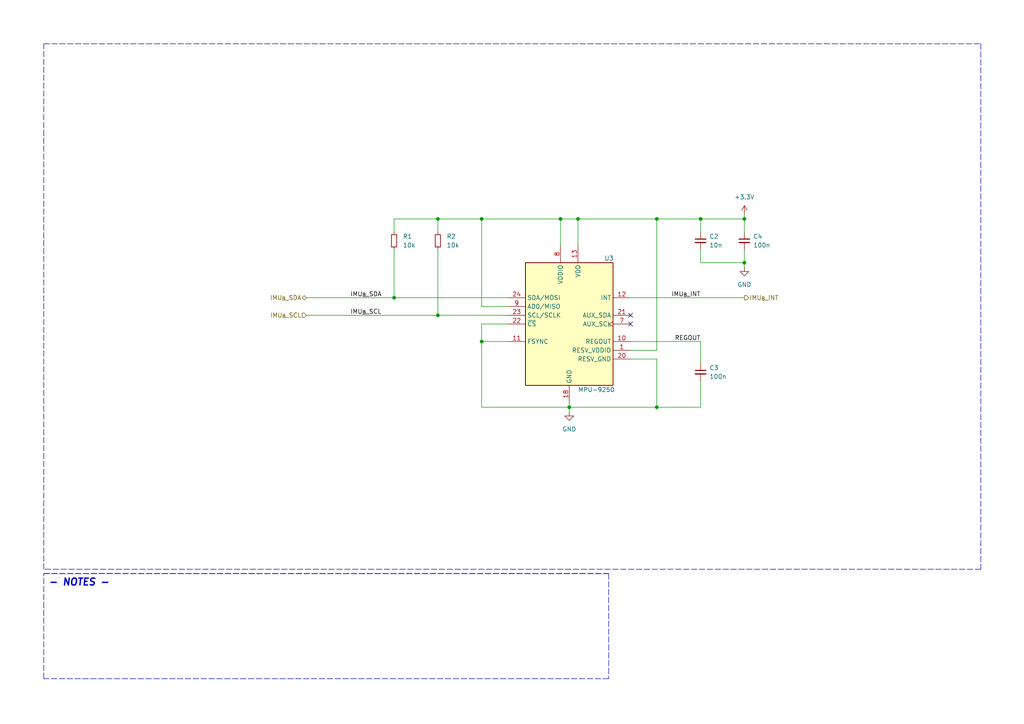
<source format=kicad_sch>
(kicad_sch (version 20211123) (generator eeschema)
  (paper "A4")
  (title_block (title "Caliban") (date "2023-02-25") (rev "A"))
  (lib_symbols
    (symbol "Device:C_Small" (pin_numbers hide) (pin_names (offset 0.254) hide)
      (property "Reference" "C" (at 0.254 1.778 0))
      (property "Value" "C_Small" (at 0.254 -2.032 0))
      (symbol "C_Small_0_1"
        (polyline (pts (xy -1.524 -0.508) (xy 1.524 -0.508)) (stroke (width 0.3302)))
        (polyline (pts (xy -1.524 0.508) (xy 1.524 0.508)) (stroke (width 0.3048)))
      )
      (symbol "C_Small_1_1"
        (pin passive line (at 0 2.54 270) (length 2.032) (name "~") (number "1"))
        (pin passive line (at 0 -2.54 90) (length 2.032) (name "~") (number "2"))
      )
    )
    (symbol "Device:R_Small" (pin_numbers hide) (pin_names (offset 0.254) hide)
      (property "Reference" "R" (at 0.762 0.508 0))
      (property "Value" "R_Small" (at 0.762 -1.016 0))
      (symbol "R_Small_0_1"
        (rectangle (start -0.762 1.778) (end 0.762 -1.778) (stroke (width 0.2032)))
      )
      (symbol "R_Small_1_1"
        (pin passive line (at 0 2.54 270) (length 0.762) (name "~") (number "1"))
        (pin passive line (at 0 -2.54 90) (length 0.762) (name "~") (number "2"))
      )
    )
    (symbol "Sensor_Motion:MPU-9250"
      (property "Reference" "U" (at -11.43 19.05 0))
      (property "Value" "MPU-9250" (at 7.62 -19.05 0))
      (symbol "MPU-9250_0_1"
        (rectangle (start -12.7 17.78) (end 12.7 -17.78) (stroke (width 0.254)) (fill (type background)))
      )
      (symbol "MPU-9250_1_1"
        (pin input line (at 17.78 -7.62 180) (length 5.08) (name "RESV_VDDIO") (number "1"))
        (pin passive line (at 17.78 -5.08 180) (length 5.08) (name "REGOUT") (number "10"))
        (pin input line (at -17.78 -5.08 0) (length 5.08) (name "FSYNC") (number "11"))
        (pin output line (at 17.78 7.62 180) (length 5.08) (name "INT") (number "12"))
        (pin power_in line (at 2.54 22.86 270) (length 5.08) (name "VDD") (number "13"))
        (pin power_in line (at 0 -22.86 90) (length 5.08) (name "GND") (number "18"))
        (pin power_in line (at 17.78 -10.16 180) (length 5.08) (name "RESV_GND") (number "20"))
        (pin bidirectional line (at 17.78 2.54 180) (length 5.08) (name "AUX_SDA") (number "21"))
        (pin input line (at -17.78 0 0) (length 5.08) (name "~{CS}") (number "22"))
        (pin input line (at -17.78 2.54 0) (length 5.08) (name "SCL/SCLK") (number "23"))
        (pin bidirectional line (at -17.78 7.62 0) (length 5.08) (name "SDA/MOSI") (number "24"))
        (pin output clock (at 17.78 0 180) (length 5.08) (name "AUX_SCL") (number "7"))
        (pin power_in line (at -2.54 22.86 270) (length 5.08) (name "VDDIO") (number "8"))
        (pin bidirectional line (at -17.78 5.08 0) (length 5.08) (name "AD0/MISO") (number "9"))
      )
    )
    (symbol "power:+3.3V" (power) (pin_names (offset 0))
      (property "Value" "+3.3V" (at 0 3.556 0))
      (symbol "+3.3V_0_1"
        (polyline (pts (xy -0.762 1.27) (xy 0 2.54)))
        (polyline (pts (xy 0 0) (xy 0 2.54)))
        (polyline (pts (xy 0 2.54) (xy 0.762 1.27)))
      )
      (symbol "+3.3V_1_1"
        (pin power_in line (at 0 0 90) (length 0) hide (name "+3.3V") (number "1"))
      )
    )
    (symbol "power:GND" (power) (pin_names (offset 0))
      (property "Value" "GND" (at 0 -3.81 0))
      (symbol "GND_0_1"
        (polyline (pts (xy 0 0) (xy 0 -1.27) (xy 1.27 -1.27) (xy 0 -2.54) (xy -1.27 -1.27) (xy 0 -1.27)))
      )
      (symbol "GND_1_1"
        (pin power_in line (at 0 0 270) (length 0) hide (name "GND") (number "1"))
      )
    )
  )
  (junction (at 127 63.5))
  (junction (at 190.5 118.11))
  (junction (at 215.9 76.2))
  (junction (at 114.3 86.36))
  (junction (at 203.2 63.5))
  (junction (at 215.9 63.5))
  (junction (at 139.7 63.5))
  (junction (at 162.56 63.5))
  (junction (at 167.64 63.5))
  (junction (at 165.1 118.11))
  (junction (at 127 91.44))
  (junction (at 139.7 99.06))
  (junction (at 190.5 63.5))
  (no_connect (at 182.88 91.44))
  (no_connect (at 182.88 93.98))
  (wire (pts (xy 203.2 110.49) (xy 203.2 118.11)))
  (wire (pts (xy 167.64 63.5) (xy 190.5 63.5)))
  (wire (pts (xy 127 91.44) (xy 147.32 91.44)))
  (wire (pts (xy 190.5 101.6) (xy 182.88 101.6)))
  (wire (pts (xy 162.56 63.5) (xy 167.64 63.5)))
  (wire (pts (xy 203.2 72.39) (xy 203.2 76.2)))
  (wire (pts (xy 190.5 63.5) (xy 190.5 101.6)))
  (wire (pts (xy 182.88 86.36) (xy 215.9 86.36)))
  (polyline (pts (xy 176.53 196.85) (xy 12.7 196.85)))
  (wire (pts (xy 203.2 67.31) (xy 203.2 63.5)))
  (wire (pts (xy 139.7 99.06) (xy 139.7 118.11)))
  (wire (pts (xy 114.3 63.5) (xy 127 63.5)))
  (wire (pts (xy 127 63.5) (xy 139.7 63.5)))
  (wire (pts (xy 215.9 72.39) (xy 215.9 76.2)))
  (wire (pts (xy 165.1 118.11) (xy 165.1 119.38)))
  (wire (pts (xy 88.9 86.36) (xy 114.3 86.36)))
  (polyline (pts (xy 12.7 12.7) (xy 284.48 12.7)))
  (wire (pts (xy 139.7 63.5) (xy 139.7 88.9)))
  (wire (pts (xy 215.9 63.5) (xy 215.9 67.31)))
  (polyline (pts (xy 12.7 166.37) (xy 176.53 166.37)))
  (wire (pts (xy 182.88 99.06) (xy 203.2 99.06)))
  (wire (pts (xy 114.3 72.39) (xy 114.3 86.36)))
  (wire (pts (xy 190.5 63.5) (xy 203.2 63.5)))
  (wire (pts (xy 127 63.5) (xy 127 67.31)))
  (wire (pts (xy 139.7 93.98) (xy 147.32 93.98)))
  (wire (pts (xy 203.2 99.06) (xy 203.2 105.41)))
  (polyline (pts (xy 284.48 12.7) (xy 284.48 165.1)))
  (wire (pts (xy 139.7 99.06) (xy 147.32 99.06)))
  (polyline (pts (xy 284.48 165.1) (xy 12.7 165.1)))
  (wire (pts (xy 165.1 118.11) (xy 190.5 118.11)))
  (polyline (pts (xy 12.7 165.1) (xy 12.7 12.7)))
  (wire (pts (xy 139.7 63.5) (xy 162.56 63.5)))
  (wire (pts (xy 165.1 116.84) (xy 165.1 118.11)))
  (wire (pts (xy 88.9 91.44) (xy 127 91.44)))
  (wire (pts (xy 139.7 88.9) (xy 147.32 88.9)))
  (wire (pts (xy 127 72.39) (xy 127 91.44)))
  (wire (pts (xy 139.7 93.98) (xy 139.7 99.06)))
  (wire (pts (xy 203.2 76.2) (xy 215.9 76.2)))
  (wire (pts (xy 114.3 63.5) (xy 114.3 67.31)))
  (wire (pts (xy 203.2 63.5) (xy 215.9 63.5)))
  (wire (pts (xy 215.9 62.23) (xy 215.9 63.5)))
  (polyline (pts (xy 12.7 196.85) (xy 12.7 166.37)))
  (polyline (pts (xy 12.7 166.37) (xy 176.53 166.37)))
  (wire (pts (xy 215.9 76.2) (xy 215.9 77.47)))
  (wire (pts (xy 167.64 63.5) (xy 167.64 71.12)))
  (wire (pts (xy 190.5 104.14) (xy 190.5 118.11)))
  (wire (pts (xy 139.7 118.11) (xy 165.1 118.11)))
  (polyline (pts (xy 176.53 166.37) (xy 176.53 196.85)))
  (wire (pts (xy 190.5 118.11) (xy 203.2 118.11)))
  (wire (pts (xy 114.3 86.36) (xy 147.32 86.36)))
  (wire (pts (xy 162.56 63.5) (xy 162.56 71.12)))
  (wire (pts (xy 182.88 104.14) (xy 190.5 104.14)))
  (text "- NOTES -" (at 13.97 170.18 0) (effects (font (size 2 2) (thickness 0.4) bold italic) (justify left bottom)))
  (label "IMU_{B}_INT" (at 203.2 86.36 180))
  (label "IMU_{B}_SCL" (at 101.6 91.44 0))
  (label "IMU_{B}_SDA" (at 101.6 86.36 0))
  (label "REGOUT" (at 203.2 99.06 180))
  (hierarchical_label "IMU_{B}_INT" (shape output) (at 215.9 86.36 0))
  (hierarchical_label "IMU_{B}_SCL" (shape input) (at 88.9 91.44 180))
  (hierarchical_label "IMU_{B}_SDA" (shape bidirectional) (at 88.9 86.36 180))
  (symbol (lib_id "Device:R_Small") (at 114.3 69.85 0) (unit 1)
    (property "Reference" "R1" (at 116.84 68.5799 0) (effects (justify left)))
    (property "Value" "10k" (at 116.84 71.1199 0) (effects (justify left)))
    (property "Footprint" "Resistor_SMD:R_0402_1005Metric_Pad0.72x0.64mm_HandSolder" (effects hide))
  )
  (symbol (lib_id "power:GND") (at 165.1 119.38 0) (unit 1)
    (property "Reference" "#PWR0108" (effects hide))
    (property "Value" "GND" (at 165.1 124.46 0))
  )
  (symbol (lib_id "Device:C_Small") (at 203.2 69.85 0) (unit 1)
    (property "Reference" "C2" (at 205.74 68.5862 0) (effects (justify left)))
    (property "Value" "10n" (at 205.74 71.1262 0) (effects (justify left)))
    (property "Footprint" "Capacitor_SMD:C_0402_1005Metric_Pad0.74x0.62mm_HandSolder" (effects hide))
  )
  (symbol (lib_id "Device:R_Small") (at 127 69.85 0) (unit 1)
    (property "Reference" "R2" (at 129.54 68.5799 0) (effects (justify left)))
    (property "Value" "10k" (at 129.54 71.1199 0) (effects (justify left)))
    (property "Footprint" "Resistor_SMD:R_0402_1005Metric_Pad0.72x0.64mm_HandSolder" (effects hide))
  )
  (symbol (lib_id "power:+3.3V") (at 215.9 62.23 0) (unit 1)
    (property "Reference" "#PWR0107" (effects hide))
    (property "Value" "+3.3V" (at 215.9 57.15 0))
  )
  (symbol (lib_id "power:GND") (at 215.9 77.47 0) (unit 1)
    (property "Reference" "#PWR0103" (effects hide))
    (property "Value" "GND" (at 215.9 82.55 0))
  )
  (symbol (lib_id "Device:C_Small") (at 203.2 107.95 0) (unit 1)
    (property "Reference" "C3" (at 205.74 106.6862 0) (effects (justify left)))
    (property "Value" "100n" (at 205.74 109.2262 0) (effects (justify left)))
    (property "Footprint" "Capacitor_SMD:C_0402_1005Metric_Pad0.74x0.62mm_HandSolder" (effects hide))
  )
  (symbol (lib_id "Sensor_Motion:MPU-9250") (at 165.1 93.98 0) (unit 1)
    (property "Reference" "U3" (at 175.26 74.93 0) (effects (justify left)))
    (property "Value" "MPU-9250" (at 167.64 113.03 0) (effects (justify left)))
    (property "Footprint" "Sensor_Motion:InvenSense_QFN-24_3x3mm_P0.4mm" (effects hide))
    (property "Datasheet" "https://store.invensense.com/datasheets/invensense/MPU9250REV1.0.pdf" (effects hide))
  )
  (symbol (lib_id "Device:C_Small") (at 215.9 69.85 0) (unit 1)
    (property "Reference" "C4" (at 218.44 68.5862 0) (effects (justify left)))
    (property "Value" "100n" (at 218.44 71.1262 0) (effects (justify left)))
    (property "Footprint" "Capacitor_SMD:C_0402_1005Metric_Pad0.74x0.62mm_HandSolder" (effects hide))
  )
)
</source>
